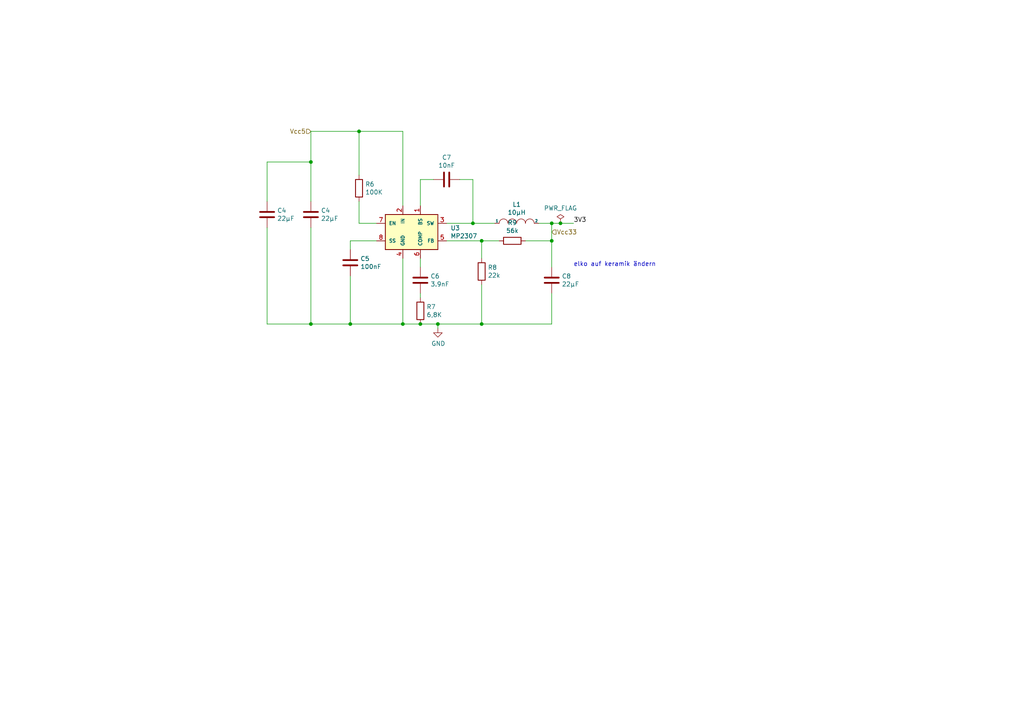
<source format=kicad_sch>
(kicad_sch (version 20230121) (generator eeschema)
  (paper "A4")
  (lib_symbols
    (symbol "BauteileStefan:MP2307" (pin_names (offset 1.016))
      (property "Reference" "U" (at -7.62 8.89 0))
      (property "Value" "MP2307" (at -12.7 6.35 0))
      (symbol "MP2307_0_1"
        (rectangle (start -7.62 5.08) (end 7.62 -5.08) (stroke (width 0.254)) (fill (type background)))
      )
      (symbol "MP2307_1_1"
        (pin input line (at 2.54 7.62 270) (length 2.54) (name "BS") (number "1"))
        (pin power_in line (at -2.54 7.62 270) (length 2.54) (name "IN") (number "2"))
        (pin output line (at 10.16 2.54 180) (length 2.54) (name "SW") (number "3"))
        (pin power_in line (at -2.54 -7.62 90) (length 2.54) (name "GND") (number "4"))
        (pin input line (at 10.16 -2.54 180) (length 2.54) (name "FB") (number "5"))
        (pin input line (at 2.54 -7.62 90) (length 2.54) (name "COMP") (number "6"))
        (pin input line (at -10.16 2.54 0) (length 2.54) (name "EN") (number "7"))
        (pin input line (at -10.16 -2.54 0) (length 2.54) (name "SS") (number "8"))
      )
    )
    (symbol "Device:C" (pin_numbers hide) (pin_names (offset 0.254))
      (property "Reference" "C" (at 0.635 2.54 0))
      (property "Value" "C" (at 0.635 -2.54 0))
      (symbol "C_0_1"
        (polyline (pts (xy -2.032 -0.762) (xy 2.032 -0.762)) (stroke (width 0.508)))
        (polyline (pts (xy -2.032 0.762) (xy 2.032 0.762)) (stroke (width 0.508)))
      )
      (symbol "C_1_1"
        (pin passive line (at 0 3.81 270) (length 2.794) (name "~") (number "1"))
        (pin passive line (at 0 -3.81 90) (length 2.794) (name "~") (number "2"))
      )
    )
    (symbol "Device:R" (pin_numbers hide) (pin_names (offset 0))
      (property "Reference" "R" (at 2.032 0 90))
      (property "Value" "R" (at 0 0 90))
      (symbol "R_0_1"
        (rectangle (start -1.016 -2.54) (end 1.016 2.54) (stroke (width 0.254)))
      )
      (symbol "R_1_1"
        (pin passive line (at 0 3.81 270) (length 1.27) (name "~") (number "1"))
        (pin passive line (at 0 -3.81 90) (length 1.27) (name "~") (number "2"))
      )
    )
    (symbol "power:GND" (power) (pin_names (offset 0))
      (property "Value" "GND" (at 0 -3.81 0))
      (symbol "GND_0_1"
        (polyline (pts (xy 0 0) (xy 0 -1.27) (xy 1.27 -1.27) (xy 0 -2.54) (xy -1.27 -1.27) (xy 0 -1.27)))
      )
      (symbol "GND_1_1"
        (pin power_in line (at 0 0 270) (length 0) hide (name "GND") (number "1"))
      )
    )
    (symbol "power:PWR_FLAG" (power) (pin_numbers hide) (pin_names (offset 0) hide)
      (property "Value" "PWR_FLAG" (at 0 3.81 0))
      (symbol "PWR_FLAG_0_0"
        (pin power_out line (at 0 0 90) (length 0) (name "pwr") (number "1"))
      )
      (symbol "PWR_FLAG_0_1"
        (polyline (pts (xy 0 0) (xy 0 1.27) (xy -1.016 1.905) (xy 0 2.54) (xy 1.016 1.905) (xy 0 1.27)))
      )
    )
    (symbol "pspice:INDUCTOR" (pin_numbers hide) (pin_names (offset 0))
      (property "Reference" "L" (at 0 2.54 0))
      (property "Value" "INDUCTOR" (at 0 -1.27 0))
      (symbol "INDUCTOR_0_1"
        (arc (start -2.54 0) (mid -3.81 1.2645) (end -5.08 0))
        (arc (start 0 0) (mid -1.27 1.2645) (end -2.54 0))
        (arc (start 2.54 0) (mid 1.27 1.2645) (end 0 0))
        (arc (start 5.08 0) (mid 3.81 1.2645) (end 2.54 0))
      )
      (symbol "INDUCTOR_1_1"
        (pin input line (at -6.35 0 0) (length 1.27) (name "1") (number "1"))
        (pin input line (at 6.35 0 180) (length 1.27) (name "2") (number "2"))
      )
    )
  )
  (junction (at 162.56 64.77))
  (junction (at 137.16 64.77))
  (junction (at 121.92 93.98))
  (junction (at 139.7 93.98))
  (junction (at 139.7 69.85))
  (junction (at 160.02 69.85))
  (junction (at 90.17 93.98))
  (junction (at 101.6 93.98))
  (junction (at 104.14 38.1))
  (junction (at 160.02 64.77))
  (junction (at 90.17 46.99))
  (junction (at 116.84 93.98))
  (junction (at 127 93.98))
  (wire (pts (xy 143.51 64.77) (xy 137.16 64.77)))
  (wire (pts (xy 90.17 38.1) (xy 90.17 46.99)))
  (wire (pts (xy 101.6 93.98) (xy 116.84 93.98)))
  (wire (pts (xy 127 93.98) (xy 139.7 93.98)))
  (wire (pts (xy 77.47 58.42) (xy 77.47 46.99)))
  (wire (pts (xy 133.35 52.07) (xy 137.16 52.07)))
  (wire (pts (xy 121.92 52.07) (xy 121.92 59.69)))
  (wire (pts (xy 137.16 64.77) (xy 129.54 64.77)))
  (wire (pts (xy 90.17 66.04) (xy 90.17 93.98)))
  (wire (pts (xy 104.14 38.1) (xy 116.84 38.1)))
  (wire (pts (xy 104.14 50.8) (xy 104.14 38.1)))
  (wire (pts (xy 101.6 93.98) (xy 101.6 80.01)))
  (wire (pts (xy 137.16 52.07) (xy 137.16 64.77)))
  (wire (pts (xy 160.02 85.09) (xy 160.02 93.98)))
  (wire (pts (xy 160.02 69.85) (xy 152.4 69.85)))
  (wire (pts (xy 139.7 93.98) (xy 139.7 82.55)))
  (wire (pts (xy 162.56 64.77) (xy 166.37 64.77)))
  (wire (pts (xy 77.47 66.04) (xy 77.47 93.98)))
  (wire (pts (xy 116.84 59.69) (xy 116.84 38.1)))
  (wire (pts (xy 139.7 74.93) (xy 139.7 69.85)))
  (wire (pts (xy 160.02 64.77) (xy 162.56 64.77)))
  (wire (pts (xy 156.21 64.77) (xy 160.02 64.77)))
  (wire (pts (xy 121.92 86.36) (xy 121.92 85.09)))
  (wire (pts (xy 160.02 69.85) (xy 160.02 77.47)))
  (wire (pts (xy 90.17 93.98) (xy 101.6 93.98)))
  (wire (pts (xy 127 95.25) (xy 127 93.98)))
  (wire (pts (xy 104.14 58.42) (xy 104.14 64.77)))
  (wire (pts (xy 160.02 93.98) (xy 139.7 93.98)))
  (wire (pts (xy 77.47 93.98) (xy 90.17 93.98)))
  (wire (pts (xy 125.73 52.07) (xy 121.92 52.07)))
  (wire (pts (xy 139.7 69.85) (xy 144.78 69.85)))
  (wire (pts (xy 116.84 93.98) (xy 121.92 93.98)))
  (wire (pts (xy 121.92 93.98) (xy 127 93.98)))
  (wire (pts (xy 160.02 64.77) (xy 160.02 69.85)))
  (wire (pts (xy 109.22 69.85) (xy 101.6 69.85)))
  (wire (pts (xy 90.17 46.99) (xy 90.17 58.42)))
  (wire (pts (xy 116.84 93.98) (xy 116.84 74.93)))
  (wire (pts (xy 101.6 69.85) (xy 101.6 72.39)))
  (wire (pts (xy 90.17 38.1) (xy 104.14 38.1)))
  (wire (pts (xy 104.14 64.77) (xy 109.22 64.77)))
  (wire (pts (xy 129.54 69.85) (xy 139.7 69.85)))
  (wire (pts (xy 121.92 77.47) (xy 121.92 74.93)))
  (wire (pts (xy 77.47 46.99) (xy 90.17 46.99)))
  (text "elko auf keramik ändern" (at 166.37 77.47 0) (effects (font (size 1.27 1.27)) (justify left bottom)))
  (label "3V3" (at 166.37 64.77 0))
  (hierarchical_label "Vcc5" (shape input) (at 90.17 38.1 180))
  (hierarchical_label "Vcc33" (shape input) (at 160.02 67.31 0))
  (symbol (lib_id "Device:C") (at 129.54 52.07 90) (unit 1)
    (property "Reference" "C7" (at 129.54 45.6692 90))
    (property "Value" "10nF" (at 129.54 47.9806 90))
    (property "Footprint" "Capacitor_SMD:C_1210_3225Metric_Pad1.33x2.70mm_HandSolder" (effects hide))
    (instances (project "Gaszähler" (path "" (reference "C7") (unit 1))) (project "Aktien Anzeiger" (path "" (reference "C8") (unit 1))))
  )
  (symbol (lib_id "Device:R") (at 121.92 90.17 0) (unit 1)
    (property "Reference" "R7" (at 123.698 89.0016 0) (effects (justify left)))
    (property "Value" "6,8K" (at 123.698 91.313 0) (effects (justify left)))
    (property "Footprint" "Resistor_SMD:R_1206_3216Metric_Pad1.30x1.75mm_HandSolder" (effects hide))
    (instances (project "Gaszähler" (path "" (reference "R7") (unit 1))) (project "Aktien Anzeiger" (path "" (reference "R16") (unit 1))))
  )
  (symbol (lib_id "BauteileStefan:MP2307") (at 119.38 67.31 0) (unit 1)
    (property "Reference" "U3" (at 130.6576 66.1416 0) (effects (justify left)))
    (property "Value" "MP2307" (at 130.6576 68.453 0) (effects (justify left)))
    (property "Footprint" "Package_SO:SOIC-8-1EP_3.9x4.9mm_P1.27mm_EP2.514x3.2mm" (effects hide))
    (instances (project "Gaszähler" (path "" (reference "U3") (unit 1))) (project "Aktien Anzeiger" (path "" (reference "U4") (unit 1))))
  )
  (symbol (lib_id "Device:C") (at 101.6 76.2 0) (unit 1)
    (property "Reference" "C5" (at 104.521 75.0316 0) (effects (justify left)))
    (property "Value" "100nF" (at 104.521 77.343 0) (effects (justify left)))
    (property "Footprint" "Capacitor_SMD:C_1210_3225Metric_Pad1.33x2.70mm_HandSolder" (effects hide))
    (instances (project "Gaszähler" (path "" (reference "C5") (unit 1))) (project "Aktien Anzeiger" (path "" (reference "C6") (unit 1))))
  )
  (symbol (lib_id "Device:C") (at 77.47 62.23 0) (unit 1)
    (property "Reference" "C4" (at 80.391 61.0616 0) (effects (justify left)))
    (property "Value" "22µF" (at 80.391 63.373 0) (effects (justify left)))
    (property "Footprint" "Capacitor_SMD:CP_Elec_5x5.7" (effects hide))
    (instances (project "Gaszähler" (path "" (reference "C4") (unit 1))) (project "Aktien Anzeiger" (path "" (reference "C1") (unit 1))))
  )
  (symbol (lib_id "pspice:INDUCTOR") (at 149.86 64.77 0) (unit 1)
    (property "Reference" "L1" (at 149.86 59.309 0))
    (property "Value" "10µH" (at 149.86 61.6204 0))
    (property "Footprint" "Inductor_SMD:L_7.3x7.3_H4.5" (effects hide))
    (instances (project "Gaszähler" (path "" (reference "L1") (unit 1))) (project "Aktien Anzeiger" (path "" (reference "L2") (unit 1))))
  )
  (symbol (lib_id "Device:C") (at 90.17 62.23 0) (unit 1)
    (property "Reference" "C4" (at 93.091 61.0616 0) (effects (justify left)))
    (property "Value" "22µF" (at 93.091 63.373 0) (effects (justify left)))
    (property "Footprint" "Capacitor_SMD:C_1812_4532Metric_Pad1.57x3.40mm_HandSolder" (effects hide))
    (instances (project "Gaszähler" (path "" (reference "C4") (unit 1))) (project "Aktien Anzeiger" (path "" (reference "C5") (unit 1))))
  )
  (symbol (lib_id "power:GND") (at 127 95.25 0) (unit 1)
    (property "Reference" "#PWR0104" (effects hide))
    (property "Value" "GND" (at 127.127 99.6442 0))
    (instances (project "Gaszähler" (path "" (reference "#PWR0104") (unit 1))) (project "Aktien Anzeiger" (path "" (reference "#PWR03") (unit 1))))
  )
  (symbol (lib_id "Device:R") (at 104.14 54.61 0) (unit 1)
    (property "Reference" "R6" (at 105.918 53.4416 0) (effects (justify left)))
    (property "Value" "100K" (at 105.918 55.753 0) (effects (justify left)))
    (property "Footprint" "Resistor_SMD:R_1206_3216Metric_Pad1.30x1.75mm_HandSolder" (effects hide))
    (instances (project "Gaszähler" (path "" (reference "R6") (unit 1))) (project "Aktien Anzeiger" (path "" (reference "R15") (unit 1))))
  )
  (symbol (lib_id "Device:R") (at 139.7 78.74 180) (unit 1)
    (property "Reference" "R8" (at 141.478 77.5716 0) (effects (justify right)))
    (property "Value" "22k" (at 141.478 79.883 0) (effects (justify right)))
    (property "Footprint" "Resistor_SMD:R_1206_3216Metric_Pad1.30x1.75mm_HandSolder" (effects hide))
    (instances (project "Gaszähler" (path "" (reference "R8") (unit 1))) (project "Aktien Anzeiger" (path "" (reference "R17") (unit 1))))
  )
  (symbol (lib_id "power:PWR_FLAG") (at 162.56 64.77 0) (unit 1)
    (property "Reference" "#FLG0103" (effects hide))
    (property "Value" "PWR_FLAG" (at 162.56 60.3758 0))
    (instances (project "Gaszähler" (path "" (reference "#FLG0103") (unit 1))) (project "Aktien Anzeiger" (path "" (reference "#FLG01") (unit 1))))
  )
  (symbol (lib_id "Device:R") (at 148.59 69.85 90) (unit 1)
    (property "Reference" "R9" (at 148.59 64.5922 90))
    (property "Value" "56k" (at 148.59 66.9036 90))
    (property "Footprint" "Resistor_SMD:R_1206_3216Metric_Pad1.30x1.75mm_HandSolder" (effects hide))
    (instances (project "Gaszähler" (path "" (reference "R9") (unit 1))) (project "Aktien Anzeiger" (path "" (reference "R18") (unit 1))))
  )
  (symbol (lib_id "Device:C") (at 121.92 81.28 180) (unit 1)
    (property "Reference" "C6" (at 124.841 80.1116 0) (effects (justify right)))
    (property "Value" "3.9nF" (at 124.841 82.423 0) (effects (justify right)))
    (property "Footprint" "Capacitor_SMD:C_1210_3225Metric_Pad1.33x2.70mm_HandSolder" (effects hide))
    (instances (project "Gaszähler" (path "" (reference "C6") (unit 1))) (project "Aktien Anzeiger" (path "" (reference "C7") (unit 1))))
  )
  (symbol (lib_id "Device:C") (at 160.02 81.28 180) (unit 1)
    (property "Reference" "C8" (at 162.941 80.1116 0) (effects (justify right)))
    (property "Value" "22µF" (at 162.941 82.423 0) (effects (justify right)))
    (property "Footprint" "Capacitor_SMD:C_1812_4532Metric_Pad1.57x3.40mm_HandSolder" (effects hide))
    (instances (project "Gaszähler" (path "" (reference "C8") (unit 1))) (project "Aktien Anzeiger" (path "" (reference "C9") (unit 1))))
  )
)
</source>
